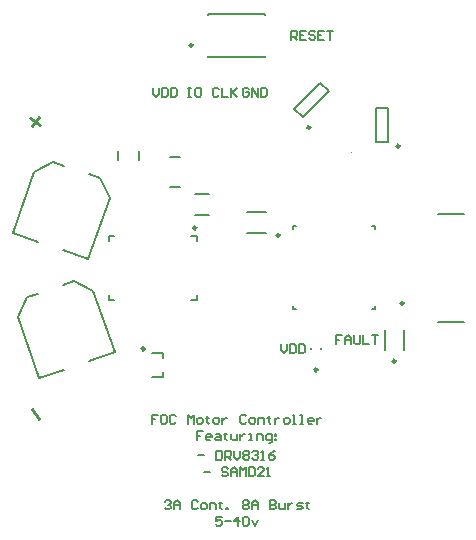
<source format=gto>
G04*
G04 #@! TF.GenerationSoftware,Altium Limited,Altium Designer,21.5.1 (32)*
G04*
G04 Layer_Color=65535*
%FSLAX25Y25*%
%MOIN*%
G70*
G04*
G04 #@! TF.SameCoordinates,9F226A22-D70E-441E-867E-09538FDFB880*
G04*
G04*
G04 #@! TF.FilePolarity,Positive*
G04*
G01*
G75*
%ADD10C,0.00984*%
%ADD11C,0.00394*%
%ADD12C,0.00787*%
%ADD13C,0.00800*%
%ADD14C,0.01000*%
D10*
X55661Y-11890D02*
G03*
X55661Y-11890I-492J0D01*
G01*
X52992Y-31087D02*
G03*
X52992Y-31087I-492J0D01*
G01*
X-14665Y74154D02*
G03*
X-14665Y74154I-492J0D01*
G01*
X14349Y10827D02*
G03*
X14349Y10827I-492J0D01*
G01*
X26992Y-33988D02*
G03*
X26992Y-33988I-492J0D01*
G01*
X-13433Y13287D02*
G03*
X-13433Y13287I-492J0D01*
G01*
X-30642Y-26988D02*
G03*
X-30642Y-26988I-492J0D01*
G01*
X54307Y40512D02*
G03*
X54307Y40512I-492J0D01*
G01*
X24518Y46813D02*
G03*
X24518Y46813I-492J0D01*
G01*
D11*
X38461Y38520D02*
G03*
X38461Y38520I-197J0D01*
G01*
D12*
X67020Y17992D02*
X75681D01*
X67020Y-17992D02*
X75681D01*
X49350Y-27347D02*
Y-20653D01*
X55650Y-27347D02*
Y-20653D01*
X-9449Y70413D02*
X9449D01*
Y84291D02*
Y84587D01*
Y70413D02*
Y70709D01*
X-9449Y84587D02*
X9449D01*
X-9449Y84291D02*
Y84587D01*
Y70413D02*
Y70709D01*
X45295Y-13779D02*
X46279D01*
Y-12795D01*
X45295Y13780D02*
X46279D01*
Y12795D02*
Y13780D01*
X18721Y-13779D02*
X19705D01*
X18721D02*
Y-12795D01*
Y13780D02*
X19705D01*
X18721Y12795D02*
Y13780D01*
X3350Y18445D02*
X9650D01*
X3350Y11555D02*
X9650D01*
X24728Y-27197D02*
Y-26803D01*
X28272Y-27197D02*
Y-26803D01*
X-15106Y10728D02*
X-13335D01*
Y8957D02*
Y10728D01*
Y-10728D02*
Y-8957D01*
X-15106Y-10728D02*
X-13335D01*
X-42665D02*
X-40894D01*
X-42665D02*
Y-8957D01*
Y10728D02*
X-40894D01*
X-42665Y8957D02*
Y10728D01*
X-39555Y35931D02*
Y39069D01*
X-32445Y35931D02*
Y39069D01*
X-13764Y17555D02*
X-9236D01*
X-13764Y24445D02*
X-9236D01*
X-28083Y-28563D02*
X-24539D01*
Y-30138D02*
Y-28563D01*
X-28083Y-36437D02*
X-24539D01*
Y-34862D01*
X-22075Y36961D02*
X-18925D01*
X-22075Y27039D02*
X-18925D01*
X46532Y41791D02*
X50468D01*
X46532Y53209D02*
X50468D01*
Y41791D02*
Y53209D01*
X46532Y41791D02*
Y53209D01*
X19293Y53077D02*
X22077Y50293D01*
X27923Y61707D02*
X30707Y58923D01*
X22077Y50293D02*
X30707Y58923D01*
X19293Y53077D02*
X27923Y61707D01*
X-49224Y31106D02*
X-45501Y29825D01*
X-42328Y23319D01*
X-67642Y32035D02*
X-61136Y35208D01*
X-57413Y33926D01*
X-49378Y2845D02*
X-42328Y23319D01*
X-57940Y5793D02*
X-49378Y2845D01*
X-74691Y11561D02*
X-66129Y8613D01*
X-74691Y11561D02*
X-67642Y32035D01*
X-57940Y-5793D02*
X-54217Y-4511D01*
X-47712Y-7684D01*
X-73025Y-16400D02*
X-69852Y-9895D01*
X-66129Y-8613D01*
X-47712Y-7684D02*
X-40662Y-28158D01*
X-49224Y-31106D02*
X-40662Y-28158D01*
X-65975Y-36874D02*
X-57413Y-33926D01*
X-73025Y-16400D02*
X-65975Y-36874D01*
D13*
X-26241Y-48944D02*
X-28241D01*
Y-50444D01*
X-27241D01*
X-28241D01*
Y-51943D01*
X-23742Y-48944D02*
X-24742D01*
X-25242Y-49444D01*
Y-51443D01*
X-24742Y-51943D01*
X-23742D01*
X-23243Y-51443D01*
Y-49444D01*
X-23742Y-48944D01*
X-20244Y-49444D02*
X-20743Y-48944D01*
X-21743D01*
X-22243Y-49444D01*
Y-51443D01*
X-21743Y-51943D01*
X-20743D01*
X-20244Y-51443D01*
X-16245Y-51943D02*
Y-48944D01*
X-15245Y-49944D01*
X-14245Y-48944D01*
Y-51943D01*
X-12746D02*
X-11746D01*
X-11246Y-51443D01*
Y-50444D01*
X-11746Y-49944D01*
X-12746D01*
X-13246Y-50444D01*
Y-51443D01*
X-12746Y-51943D01*
X-9747Y-49444D02*
Y-49944D01*
X-10247D01*
X-9247D01*
X-9747D01*
Y-51443D01*
X-9247Y-51943D01*
X-7248D02*
X-6248D01*
X-5748Y-51443D01*
Y-50444D01*
X-6248Y-49944D01*
X-7248D01*
X-7747Y-50444D01*
Y-51443D01*
X-7248Y-51943D01*
X-4749Y-49944D02*
Y-51943D01*
Y-50943D01*
X-4249Y-50444D01*
X-3749Y-49944D01*
X-3249D01*
X3249Y-49444D02*
X2749Y-48944D01*
X1749D01*
X1250Y-49444D01*
Y-51443D01*
X1749Y-51943D01*
X2749D01*
X3249Y-51443D01*
X4749Y-51943D02*
X5748D01*
X6248Y-51443D01*
Y-50444D01*
X5748Y-49944D01*
X4749D01*
X4249Y-50444D01*
Y-51443D01*
X4749Y-51943D01*
X7248D02*
Y-49944D01*
X8747D01*
X9247Y-50444D01*
Y-51943D01*
X10746Y-49444D02*
Y-49944D01*
X10247D01*
X11246D01*
X10746D01*
Y-51443D01*
X11246Y-51943D01*
X12746Y-49944D02*
Y-51943D01*
Y-50943D01*
X13246Y-50444D01*
X13746Y-49944D01*
X14245D01*
X16245Y-51943D02*
X17244D01*
X17744Y-51443D01*
Y-50444D01*
X17244Y-49944D01*
X16245D01*
X15745Y-50444D01*
Y-51443D01*
X16245Y-51943D01*
X18744D02*
X19744D01*
X19244D01*
Y-48944D01*
X18744D01*
X21243Y-51943D02*
X22243D01*
X21743D01*
Y-48944D01*
X21243D01*
X25242Y-51943D02*
X24242D01*
X23742Y-51443D01*
Y-50444D01*
X24242Y-49944D01*
X25242D01*
X25742Y-50444D01*
Y-50943D01*
X23742D01*
X26741Y-49944D02*
Y-51943D01*
Y-50943D01*
X27241Y-50444D01*
X27741Y-49944D01*
X28241D01*
X-11246Y-54463D02*
X-13246D01*
Y-55963D01*
X-12246D01*
X-13246D01*
Y-57462D01*
X-8747D02*
X-9747D01*
X-10247Y-56962D01*
Y-55963D01*
X-9747Y-55463D01*
X-8747D01*
X-8247Y-55963D01*
Y-56462D01*
X-10247D01*
X-6748Y-55463D02*
X-5748D01*
X-5248Y-55963D01*
Y-57462D01*
X-6748D01*
X-7248Y-56962D01*
X-6748Y-56462D01*
X-5248D01*
X-3749Y-54963D02*
Y-55463D01*
X-4249D01*
X-3249D01*
X-3749D01*
Y-56962D01*
X-3249Y-57462D01*
X-1749Y-55463D02*
Y-56962D01*
X-1250Y-57462D01*
X250D01*
Y-55463D01*
X1250D02*
Y-57462D01*
Y-56462D01*
X1749Y-55963D01*
X2249Y-55463D01*
X2749D01*
X4249Y-57462D02*
X5248D01*
X4749D01*
Y-55463D01*
X4249D01*
X6748Y-57462D02*
Y-55463D01*
X8247D01*
X8747Y-55963D01*
Y-57462D01*
X10746Y-58462D02*
X11246D01*
X11746Y-57962D01*
Y-55463D01*
X10247D01*
X9747Y-55963D01*
Y-56962D01*
X10247Y-57462D01*
X11746D01*
X12746Y-55463D02*
X13246D01*
Y-55963D01*
X12746D01*
Y-55463D01*
Y-56962D02*
X13246D01*
Y-57462D01*
X12746D01*
Y-56962D01*
X-12746Y-62481D02*
X-10746D01*
X-6748Y-60982D02*
Y-63981D01*
X-5248D01*
X-4749Y-63481D01*
Y-61481D01*
X-5248Y-60982D01*
X-6748D01*
X-3749Y-63981D02*
Y-60982D01*
X-2249D01*
X-1749Y-61481D01*
Y-62481D01*
X-2249Y-62981D01*
X-3749D01*
X-2749D02*
X-1749Y-63981D01*
X-750Y-60982D02*
Y-62981D01*
X250Y-63981D01*
X1250Y-62981D01*
Y-60982D01*
X2249Y-61481D02*
X2749Y-60982D01*
X3749D01*
X4249Y-61481D01*
Y-61981D01*
X3749Y-62481D01*
X4249Y-62981D01*
Y-63481D01*
X3749Y-63981D01*
X2749D01*
X2249Y-63481D01*
Y-62981D01*
X2749Y-62481D01*
X2249Y-61981D01*
Y-61481D01*
X2749Y-62481D02*
X3749D01*
X5248Y-61481D02*
X5748Y-60982D01*
X6748D01*
X7248Y-61481D01*
Y-61981D01*
X6748Y-62481D01*
X6248D01*
X6748D01*
X7248Y-62981D01*
Y-63481D01*
X6748Y-63981D01*
X5748D01*
X5248Y-63481D01*
X8247Y-63981D02*
X9247D01*
X8747D01*
Y-60982D01*
X8247Y-61481D01*
X12746Y-60982D02*
X11746Y-61481D01*
X10746Y-62481D01*
Y-63481D01*
X11246Y-63981D01*
X12246D01*
X12746Y-63481D01*
Y-62981D01*
X12246Y-62481D01*
X10746D01*
X-10996Y-68000D02*
X-8997D01*
X-2999Y-67000D02*
X-3499Y-66500D01*
X-4499D01*
X-4998Y-67000D01*
Y-67500D01*
X-4499Y-68000D01*
X-3499D01*
X-2999Y-68500D01*
Y-68999D01*
X-3499Y-69499D01*
X-4499D01*
X-4998Y-68999D01*
X-1999Y-69499D02*
Y-67500D01*
X-1000Y-66500D01*
X0Y-67500D01*
Y-69499D01*
Y-68000D01*
X-1999D01*
X1000Y-69499D02*
Y-66500D01*
X1999Y-67500D01*
X2999Y-66500D01*
Y-69499D01*
X3999Y-66500D02*
Y-69499D01*
X5498D01*
X5998Y-68999D01*
Y-67000D01*
X5498Y-66500D01*
X3999D01*
X8997Y-69499D02*
X6998D01*
X8997Y-67500D01*
Y-67000D01*
X8497Y-66500D01*
X7498D01*
X6998Y-67000D01*
X9997Y-69499D02*
X10996D01*
X10497D01*
Y-66500D01*
X9997Y-67000D01*
X-23992Y-78038D02*
X-23492Y-77538D01*
X-22493D01*
X-21993Y-78038D01*
Y-78538D01*
X-22493Y-79037D01*
X-22993D01*
X-22493D01*
X-21993Y-79537D01*
Y-80037D01*
X-22493Y-80537D01*
X-23492D01*
X-23992Y-80037D01*
X-20993Y-80537D02*
Y-78538D01*
X-19994Y-77538D01*
X-18994Y-78538D01*
Y-80537D01*
Y-79037D01*
X-20993D01*
X-12996Y-78038D02*
X-13496Y-77538D01*
X-14495D01*
X-14995Y-78038D01*
Y-80037D01*
X-14495Y-80537D01*
X-13496D01*
X-12996Y-80037D01*
X-11496Y-80537D02*
X-10497D01*
X-9997Y-80037D01*
Y-79037D01*
X-10497Y-78538D01*
X-11496D01*
X-11996Y-79037D01*
Y-80037D01*
X-11496Y-80537D01*
X-8997D02*
Y-78538D01*
X-7498D01*
X-6998Y-79037D01*
Y-80537D01*
X-5498Y-78038D02*
Y-78538D01*
X-5998D01*
X-4998D01*
X-5498D01*
Y-80037D01*
X-4998Y-80537D01*
X-3499D02*
Y-80037D01*
X-2999D01*
Y-80537D01*
X-3499D01*
X1999Y-78038D02*
X2499Y-77538D01*
X3499D01*
X3999Y-78038D01*
Y-78538D01*
X3499Y-79037D01*
X3999Y-79537D01*
Y-80037D01*
X3499Y-80537D01*
X2499D01*
X1999Y-80037D01*
Y-79537D01*
X2499Y-79037D01*
X1999Y-78538D01*
Y-78038D01*
X2499Y-79037D02*
X3499D01*
X4998Y-80537D02*
Y-78538D01*
X5998Y-77538D01*
X6998Y-78538D01*
Y-80537D01*
Y-79037D01*
X4998D01*
X10996Y-77538D02*
Y-80537D01*
X12496D01*
X12996Y-80037D01*
Y-79537D01*
X12496Y-79037D01*
X10996D01*
X12496D01*
X12996Y-78538D01*
Y-78038D01*
X12496Y-77538D01*
X10996D01*
X13995Y-78538D02*
Y-80037D01*
X14495Y-80537D01*
X15995D01*
Y-78538D01*
X16995D02*
Y-80537D01*
Y-79537D01*
X17494Y-79037D01*
X17994Y-78538D01*
X18494D01*
X19994Y-80537D02*
X21493D01*
X21993Y-80037D01*
X21493Y-79537D01*
X20493D01*
X19994Y-79037D01*
X20493Y-78538D01*
X21993D01*
X23492Y-78038D02*
Y-78538D01*
X22993D01*
X23992D01*
X23492D01*
Y-80037D01*
X23992Y-80537D01*
X-4998Y-83057D02*
X-6998D01*
Y-84556D01*
X-5998Y-84057D01*
X-5498D01*
X-4998Y-84556D01*
Y-85556D01*
X-5498Y-86056D01*
X-6498D01*
X-6998Y-85556D01*
X-3999Y-84556D02*
X-1999D01*
X500Y-86056D02*
Y-83057D01*
X-1000Y-84556D01*
X1000D01*
X1999Y-83557D02*
X2499Y-83057D01*
X3499D01*
X3999Y-83557D01*
Y-85556D01*
X3499Y-86056D01*
X2499D01*
X1999Y-85556D01*
Y-83557D01*
X4998Y-84057D02*
X5998Y-86056D01*
X6998Y-84057D01*
X18300Y76000D02*
Y79000D01*
X19800D01*
X20299Y78500D01*
Y77500D01*
X19800Y77000D01*
X18300D01*
X19300D02*
X20299Y76000D01*
X23298Y79000D02*
X21299D01*
Y76000D01*
X23298D01*
X21299Y77500D02*
X22299D01*
X26297Y78500D02*
X25798Y79000D01*
X24798D01*
X24298Y78500D01*
Y78000D01*
X24798Y77500D01*
X25798D01*
X26297Y77000D01*
Y76500D01*
X25798Y76000D01*
X24798D01*
X24298Y76500D01*
X29296Y79000D02*
X27297D01*
Y76000D01*
X29296D01*
X27297Y77500D02*
X28297D01*
X30296Y79000D02*
X32296D01*
X31296D01*
Y76000D01*
X35204Y-22501D02*
X33204D01*
Y-24000D01*
X34204D01*
X33204D01*
Y-25499D01*
X36204D02*
Y-23500D01*
X37203Y-22501D01*
X38203Y-23500D01*
Y-25499D01*
Y-24000D01*
X36204D01*
X39203Y-22501D02*
Y-25000D01*
X39702Y-25499D01*
X40702D01*
X41202Y-25000D01*
Y-22501D01*
X42202D02*
Y-25499D01*
X44201D01*
X45201Y-22501D02*
X47200D01*
X46200D01*
Y-25499D01*
X14703Y-25501D02*
Y-27500D01*
X15702Y-28499D01*
X16702Y-27500D01*
Y-25501D01*
X17702D02*
Y-28499D01*
X19201D01*
X19701Y-28000D01*
Y-26000D01*
X19201Y-25501D01*
X17702D01*
X20701D02*
Y-28499D01*
X22200D01*
X22700Y-28000D01*
Y-26000D01*
X22200Y-25501D01*
X20701D01*
X-27999Y60000D02*
Y58000D01*
X-26999Y57000D01*
X-25999Y58000D01*
Y60000D01*
X-25000D02*
Y57000D01*
X-23500D01*
X-23000Y57500D01*
Y59500D01*
X-23500Y60000D01*
X-25000D01*
X-22001D02*
Y57000D01*
X-20501D01*
X-20001Y57500D01*
Y59500D01*
X-20501Y60000D01*
X-22001D01*
X-16249D02*
X-15250D01*
X-15749D01*
Y57000D01*
X-16249D01*
X-15250D01*
X-12251Y60000D02*
X-13250D01*
X-13750Y59500D01*
Y57500D01*
X-13250Y57000D01*
X-12251D01*
X-11751Y57500D01*
Y59500D01*
X-12251Y60000D01*
X-5999Y59500D02*
X-6499Y60000D01*
X-7499D01*
X-7999Y59500D01*
Y57500D01*
X-7499Y57000D01*
X-6499D01*
X-5999Y57500D01*
X-5000Y60000D02*
Y57000D01*
X-3000D01*
X-2001Y60000D02*
Y57000D01*
Y58000D01*
X-1Y60000D01*
X-1501Y58500D01*
X-1Y57000D01*
X4001Y59500D02*
X3501Y60000D01*
X2501D01*
X2001Y59500D01*
Y57500D01*
X2501Y57000D01*
X3501D01*
X4001Y57500D01*
Y58500D01*
X3001D01*
X5000Y57000D02*
Y60000D01*
X7000Y57000D01*
Y60000D01*
X7999D02*
Y57000D01*
X9499D01*
X9999Y57500D01*
Y59500D01*
X9499Y60000D01*
X7999D01*
D14*
X-68324Y-47169D02*
X-65973Y-50404D01*
Y50404D02*
X-68324Y47169D01*
X-65531Y47611D02*
X-68766Y49961D01*
M02*

</source>
